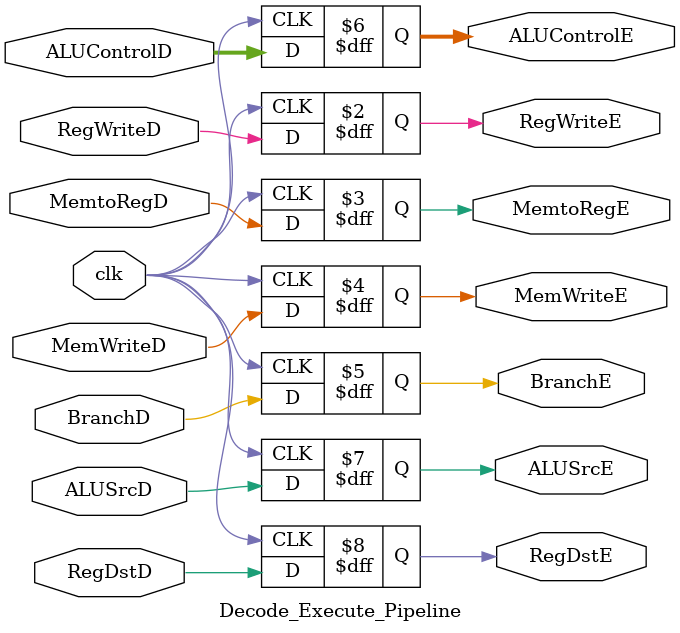
<source format=v>
`timescale 1ns / 1ps
module Decode_Execute_Pipeline( input clk,
										  input RegWriteD,
										  input MemtoRegD,
										  input MemWriteD,
										  input BranchD,
										  input [2:0] ALUControlD,
										  input ALUSrcD,
										  input RegDstD,
										  output reg RegWriteE,
										  output reg MemtoRegE,
										  output reg MemWriteE,
										  output reg BranchE,
										  output reg [2:0] ALUControlE,
										  output reg ALUSrcE,
										  output reg RegDstE
										  );
										

	always @(posedge clk) begin 
		RegWriteE <= RegWriteD;
		MemtoRegE <= MemtoRegD;
		MemWriteE <= MemWriteD;
		BranchE <= BranchD;
		ALUControlE <= ALUControlD;
		ALUSrcE <= ALUSrcD;
		RegDstE <= RegDstD;
	end 


endmodule

</source>
